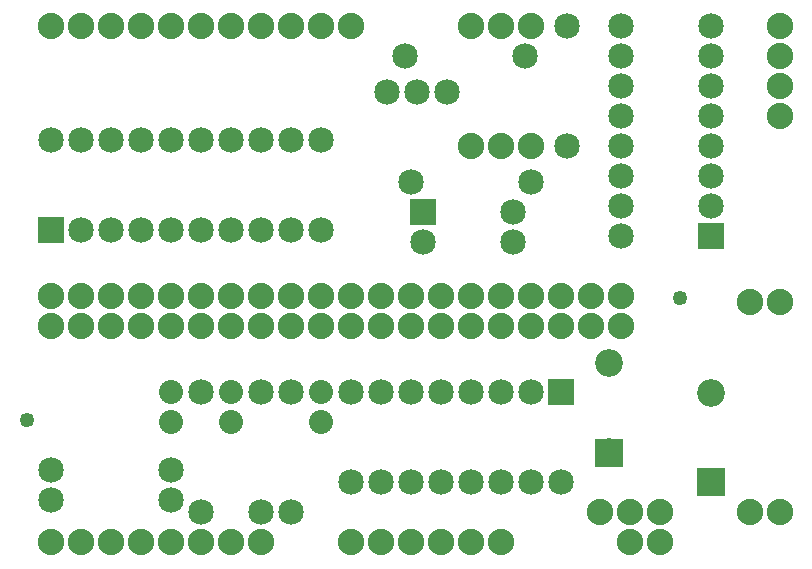
<source format=gbs>
G04 MADE WITH FRITZING*
G04 WWW.FRITZING.ORG*
G04 DOUBLE SIDED*
G04 HOLES PLATED*
G04 CONTOUR ON CENTER OF CONTOUR VECTOR*
%ASAXBY*%
%FSLAX23Y23*%
%MOIN*%
%OFA0B0*%
%SFA1.0B1.0*%
%ADD10C,0.049370*%
%ADD11C,0.092000*%
%ADD12C,0.088000*%
%ADD13C,0.085000*%
%ADD14C,0.080000*%
%ADD15R,0.092000X0.092000*%
%ADD16R,0.085000X0.085000*%
%LNMASK0*%
G90*
G70*
G54D10*
X115Y519D03*
X2294Y926D03*
G54D11*
X2395Y312D03*
X2395Y610D03*
G54D12*
X1595Y1431D03*
X1695Y1431D03*
X1795Y1431D03*
X1595Y1831D03*
X1695Y1831D03*
X1795Y1831D03*
X2125Y111D03*
X2225Y111D03*
X2525Y911D03*
X2625Y911D03*
X2625Y211D03*
X2525Y211D03*
X2225Y211D03*
X2125Y211D03*
X2025Y211D03*
X195Y1831D03*
X295Y1831D03*
X395Y1831D03*
X495Y1831D03*
X595Y1831D03*
X695Y1831D03*
X795Y1831D03*
X895Y1831D03*
X995Y1831D03*
X1095Y1831D03*
X1195Y1831D03*
X2625Y1631D03*
X2625Y1531D03*
X1695Y112D03*
X1595Y112D03*
X1395Y112D03*
X1495Y112D03*
X195Y931D03*
X295Y931D03*
X395Y931D03*
X495Y931D03*
X595Y931D03*
X695Y931D03*
X795Y931D03*
X895Y931D03*
X995Y931D03*
X1095Y931D03*
X1195Y931D03*
X1295Y931D03*
X1395Y931D03*
X1495Y931D03*
X1595Y931D03*
X1695Y931D03*
X1795Y931D03*
X1895Y931D03*
X1995Y931D03*
X2095Y931D03*
X195Y931D03*
X295Y931D03*
X395Y931D03*
X495Y931D03*
X595Y931D03*
X695Y931D03*
X795Y931D03*
X895Y931D03*
X995Y931D03*
X1095Y931D03*
X1195Y931D03*
X1295Y931D03*
X1395Y931D03*
X1495Y931D03*
X1595Y931D03*
X1695Y931D03*
X1795Y931D03*
X1895Y931D03*
X1995Y931D03*
X2095Y931D03*
X195Y831D03*
X295Y831D03*
X395Y831D03*
X495Y831D03*
X595Y831D03*
X695Y831D03*
X795Y831D03*
X895Y831D03*
X995Y831D03*
X1095Y831D03*
X1195Y831D03*
X1295Y831D03*
X1395Y831D03*
X1495Y831D03*
X1595Y831D03*
X1695Y831D03*
X1795Y831D03*
X1895Y831D03*
X1995Y831D03*
X2095Y831D03*
X195Y831D03*
X295Y831D03*
X395Y831D03*
X495Y831D03*
X595Y831D03*
X695Y831D03*
X795Y831D03*
X895Y831D03*
X995Y831D03*
X1095Y831D03*
X1195Y831D03*
X1295Y831D03*
X1395Y831D03*
X1495Y831D03*
X1595Y831D03*
X1695Y831D03*
X1795Y831D03*
X1895Y831D03*
X1995Y831D03*
X2095Y831D03*
G54D13*
X1515Y1611D03*
X1415Y1611D03*
X1315Y1611D03*
X1775Y1731D03*
X1375Y1731D03*
G54D12*
X1195Y112D03*
X1295Y112D03*
X2625Y1831D03*
X2625Y1731D03*
G54D13*
X995Y612D03*
X995Y212D03*
X195Y352D03*
X595Y352D03*
X195Y252D03*
X595Y252D03*
X895Y612D03*
X895Y212D03*
X695Y612D03*
X695Y212D03*
G54D14*
X1095Y512D03*
X1095Y612D03*
X595Y512D03*
X595Y612D03*
X795Y512D03*
X795Y612D03*
G54D13*
X2395Y1131D03*
X2095Y1131D03*
X2395Y1231D03*
X2095Y1231D03*
X2395Y1331D03*
X2095Y1331D03*
X2395Y1431D03*
X2095Y1431D03*
X2395Y1531D03*
X2095Y1531D03*
X2395Y1631D03*
X2095Y1631D03*
X2395Y1731D03*
X2095Y1731D03*
X2395Y1831D03*
X2095Y1831D03*
G54D11*
X2055Y411D03*
X2055Y709D03*
G54D13*
X1895Y612D03*
X1895Y312D03*
X1795Y612D03*
X1795Y312D03*
X1695Y612D03*
X1695Y312D03*
X1595Y612D03*
X1595Y312D03*
X1495Y612D03*
X1495Y312D03*
X1395Y612D03*
X1395Y312D03*
X1295Y612D03*
X1295Y312D03*
X1195Y612D03*
X1195Y312D03*
X195Y1151D03*
X195Y1451D03*
X295Y1151D03*
X295Y1451D03*
X395Y1151D03*
X395Y1451D03*
X495Y1151D03*
X495Y1451D03*
X595Y1151D03*
X595Y1451D03*
X695Y1151D03*
X695Y1451D03*
X795Y1151D03*
X795Y1451D03*
X895Y1151D03*
X895Y1451D03*
X995Y1151D03*
X995Y1451D03*
X1095Y1151D03*
X1095Y1451D03*
X1435Y1211D03*
X1735Y1211D03*
X1435Y1111D03*
X1735Y1111D03*
X1915Y1431D03*
X1915Y1831D03*
X1795Y1311D03*
X1395Y1311D03*
G54D12*
X195Y112D03*
X295Y112D03*
X395Y112D03*
X495Y112D03*
X595Y112D03*
X695Y112D03*
X795Y112D03*
X895Y112D03*
G54D15*
X2395Y311D03*
G54D16*
X2395Y1131D03*
G54D15*
X2055Y410D03*
G54D16*
X1895Y612D03*
X195Y1151D03*
X1435Y1211D03*
G04 End of Mask0*
M02*
</source>
